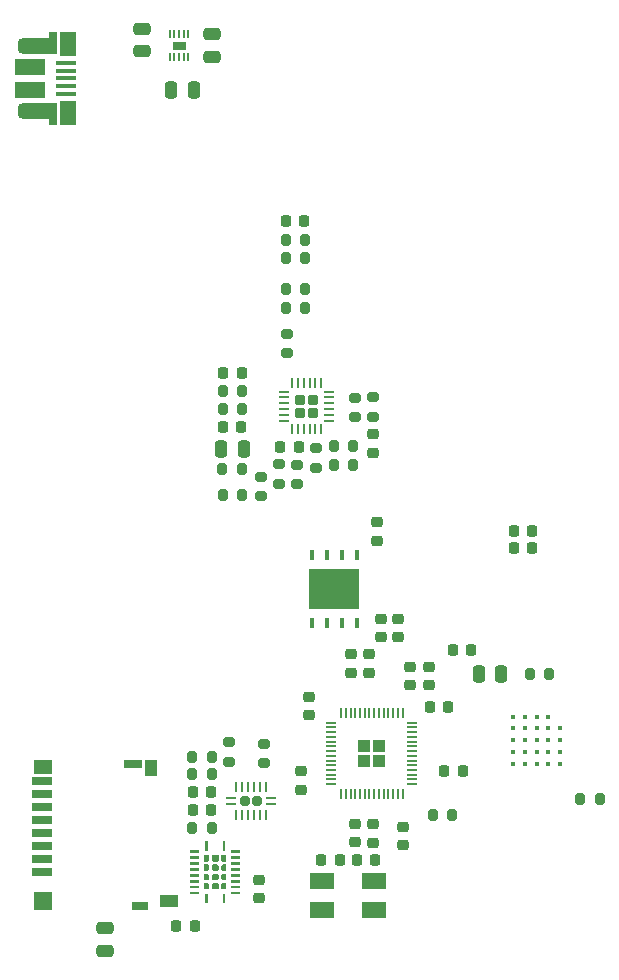
<source format=gtp>
G04 #@! TF.GenerationSoftware,KiCad,Pcbnew,8.0.1-8.0.1-1~ubuntu22.04.1*
G04 #@! TF.CreationDate,2024-06-13T00:54:25-07:00*
G04 #@! TF.ProjectId,emu_brd,656d755f-6272-4642-9e6b-696361645f70,REV1*
G04 #@! TF.SameCoordinates,Original*
G04 #@! TF.FileFunction,Paste,Top*
G04 #@! TF.FilePolarity,Positive*
%FSLAX46Y46*%
G04 Gerber Fmt 4.6, Leading zero omitted, Abs format (unit mm)*
G04 Created by KiCad (PCBNEW 8.0.1-8.0.1-1~ubuntu22.04.1) date 2024-06-13 00:54:25*
%MOMM*%
%LPD*%
G01*
G04 APERTURE LIST*
G04 Aperture macros list*
%AMRoundRect*
0 Rectangle with rounded corners*
0 $1 Rounding radius*
0 $2 $3 $4 $5 $6 $7 $8 $9 X,Y pos of 4 corners*
0 Add a 4 corners polygon primitive as box body*
4,1,4,$2,$3,$4,$5,$6,$7,$8,$9,$2,$3,0*
0 Add four circle primitives for the rounded corners*
1,1,$1+$1,$2,$3*
1,1,$1+$1,$4,$5*
1,1,$1+$1,$6,$7*
1,1,$1+$1,$8,$9*
0 Add four rect primitives between the rounded corners*
20,1,$1+$1,$2,$3,$4,$5,0*
20,1,$1+$1,$4,$5,$6,$7,0*
20,1,$1+$1,$6,$7,$8,$9,0*
20,1,$1+$1,$8,$9,$2,$3,0*%
%AMFreePoly0*
4,1,25,0.266375,0.443630,0.297109,0.420047,0.420047,0.297109,0.458455,0.230584,0.463512,0.192176,0.463512,-0.192176,0.443630,-0.266375,0.420047,-0.297109,0.297109,-0.420047,0.230584,-0.458455,0.192176,-0.463512,-0.192176,-0.463512,-0.266375,-0.443630,-0.297109,-0.420047,-0.420047,-0.297109,-0.458455,-0.230584,-0.463512,-0.192176,-0.463512,0.192176,-0.443630,0.266375,-0.420047,0.297109,
-0.297109,0.420047,-0.230584,0.458455,-0.192176,0.463512,0.192176,0.463512,0.266375,0.443630,0.266375,0.443630,$1*%
G04 Aperture macros list end*
%ADD10C,0.010000*%
%ADD11C,0.000000*%
%ADD12RoundRect,0.250000X0.475000X-0.250000X0.475000X0.250000X-0.475000X0.250000X-0.475000X-0.250000X0*%
%ADD13RoundRect,0.225000X-0.225000X-0.250000X0.225000X-0.250000X0.225000X0.250000X-0.225000X0.250000X0*%
%ADD14RoundRect,0.225000X-0.250000X0.225000X-0.250000X-0.225000X0.250000X-0.225000X0.250000X0.225000X0*%
%ADD15RoundRect,0.225000X0.250000X-0.225000X0.250000X0.225000X-0.250000X0.225000X-0.250000X-0.225000X0*%
%ADD16RoundRect,0.225000X0.225000X0.250000X-0.225000X0.250000X-0.225000X-0.250000X0.225000X-0.250000X0*%
%ADD17RoundRect,0.250000X-0.475000X0.250000X-0.475000X-0.250000X0.475000X-0.250000X0.475000X0.250000X0*%
%ADD18RoundRect,0.250000X-0.292217X-0.292217X0.292217X-0.292217X0.292217X0.292217X-0.292217X0.292217X0*%
%ADD19RoundRect,0.050000X-0.387500X-0.050000X0.387500X-0.050000X0.387500X0.050000X-0.387500X0.050000X0*%
%ADD20RoundRect,0.050000X-0.050000X-0.387500X0.050000X-0.387500X0.050000X0.387500X-0.050000X0.387500X0*%
%ADD21RoundRect,0.250000X-0.250000X-0.475000X0.250000X-0.475000X0.250000X0.475000X-0.250000X0.475000X0*%
%ADD22RoundRect,0.200000X0.275000X-0.200000X0.275000X0.200000X-0.275000X0.200000X-0.275000X-0.200000X0*%
%ADD23RoundRect,0.200000X0.200000X0.275000X-0.200000X0.275000X-0.200000X-0.275000X0.200000X-0.275000X0*%
%ADD24RoundRect,0.200000X-0.200000X-0.275000X0.200000X-0.275000X0.200000X0.275000X-0.200000X0.275000X0*%
%ADD25R,0.220000X0.760000*%
%ADD26RoundRect,0.200000X-0.275000X0.200000X-0.275000X-0.200000X0.275000X-0.200000X0.275000X0.200000X0*%
%ADD27R,1.750000X0.700000*%
%ADD28R,1.000000X1.450000*%
%ADD29R,1.550000X1.000000*%
%ADD30R,1.500000X0.800000*%
%ADD31R,1.500000X1.300000*%
%ADD32R,1.500000X1.500000*%
%ADD33R,1.400000X0.800000*%
%ADD34R,1.750000X0.400000*%
%ADD35R,0.700000X1.825000*%
%ADD36R,1.460000X2.000000*%
%ADD37RoundRect,0.384800X-1.240200X0.265200X-1.240200X-0.265200X1.240200X-0.265200X1.240200X0.265200X0*%
%ADD38R,2.500000X1.425000*%
%ADD39R,0.431800X0.965200*%
%ADD40R,4.343400X3.454400*%
%ADD41RoundRect,0.218750X-0.218750X-0.256250X0.218750X-0.256250X0.218750X0.256250X-0.218750X0.256250X0*%
%ADD42RoundRect,0.202500X0.202500X-0.202500X0.202500X0.202500X-0.202500X0.202500X-0.202500X-0.202500X0*%
%ADD43RoundRect,0.062500X0.350000X-0.062500X0.350000X0.062500X-0.350000X0.062500X-0.350000X-0.062500X0*%
%ADD44RoundRect,0.062500X0.062500X-0.350000X0.062500X0.350000X-0.062500X0.350000X-0.062500X-0.350000X0*%
%ADD45R,2.000000X1.400000*%
%ADD46FreePoly0,0.000000*%
%ADD47RoundRect,0.062500X-0.375000X-0.062500X0.375000X-0.062500X0.375000X0.062500X-0.375000X0.062500X0*%
%ADD48RoundRect,0.062500X-0.062500X-0.375000X0.062500X-0.375000X0.062500X0.375000X-0.062500X0.375000X0*%
%ADD49C,0.410000*%
G04 APERTURE END LIST*
D10*
X84150000Y-40340000D02*
X83200000Y-40340000D01*
X83200000Y-39770000D01*
X84150000Y-39770000D01*
X84150000Y-40340000D01*
G36*
X84150000Y-40340000D02*
G01*
X83200000Y-40340000D01*
X83200000Y-39770000D01*
X84150000Y-39770000D01*
X84150000Y-40340000D01*
G37*
D11*
G36*
X85408808Y-108432509D02*
G01*
X84608591Y-108432509D01*
X84608591Y-108202293D01*
X85408808Y-108202293D01*
X85408808Y-108432509D01*
G37*
G36*
X85408808Y-108932508D02*
G01*
X84608591Y-108932508D01*
X84608591Y-108702292D01*
X85408808Y-108702292D01*
X85408808Y-108932508D01*
G37*
G36*
X85408808Y-109432509D02*
G01*
X84608591Y-109432509D01*
X84608591Y-109202291D01*
X85408808Y-109202291D01*
X85408808Y-109432509D01*
G37*
G36*
X85408808Y-109932508D02*
G01*
X84608591Y-109932508D01*
X84608591Y-109702293D01*
X85408808Y-109702293D01*
X85408808Y-109932508D01*
G37*
G36*
X85408808Y-110432507D02*
G01*
X84608591Y-110432507D01*
X84608591Y-110202292D01*
X85408808Y-110202292D01*
X85408808Y-110432507D01*
G37*
G36*
X85408808Y-110932509D02*
G01*
X84608591Y-110932509D01*
X84608591Y-110702293D01*
X85408808Y-110702293D01*
X85408808Y-110932509D01*
G37*
G36*
X85408808Y-111432508D02*
G01*
X84608591Y-111432508D01*
X84608591Y-111202292D01*
X85408808Y-111202292D01*
X85408808Y-111432508D01*
G37*
G36*
X85408808Y-111932509D02*
G01*
X84608591Y-111932509D01*
X84608591Y-111702291D01*
X85408808Y-111702291D01*
X85408808Y-111932509D01*
G37*
G36*
X86098809Y-108242507D02*
G01*
X85868591Y-108242507D01*
X85868591Y-107442292D01*
X86098809Y-107442292D01*
X86098809Y-108242507D01*
G37*
G36*
X86098809Y-112692508D02*
G01*
X85868591Y-112692508D01*
X85868591Y-111892293D01*
X86098809Y-111892293D01*
X86098809Y-112692508D01*
G37*
G36*
X87598809Y-108242507D02*
G01*
X87368591Y-108242507D01*
X87368591Y-107442292D01*
X87598809Y-107442292D01*
X87598809Y-108242507D01*
G37*
G36*
X87598809Y-112692508D02*
G01*
X87368591Y-112692508D01*
X87368591Y-111892293D01*
X87598809Y-111892293D01*
X87598809Y-112692508D01*
G37*
G36*
X88858809Y-108432509D02*
G01*
X88058592Y-108432509D01*
X88058592Y-108202291D01*
X88858809Y-108202291D01*
X88858809Y-108432509D01*
G37*
G36*
X88858809Y-108932508D02*
G01*
X88058592Y-108932508D01*
X88058592Y-108702292D01*
X88858809Y-108702292D01*
X88858809Y-108932508D01*
G37*
G36*
X88858809Y-109432507D02*
G01*
X88058592Y-109432507D01*
X88058592Y-109202291D01*
X88858809Y-109202291D01*
X88858809Y-109432507D01*
G37*
G36*
X88858809Y-109932508D02*
G01*
X88058592Y-109932508D01*
X88058592Y-109702293D01*
X88858809Y-109702293D01*
X88858809Y-109932508D01*
G37*
G36*
X88858809Y-110432507D02*
G01*
X88058592Y-110432507D01*
X88058592Y-110202292D01*
X88858809Y-110202292D01*
X88858809Y-110432507D01*
G37*
G36*
X88858809Y-110932509D02*
G01*
X88058592Y-110932509D01*
X88058592Y-110702291D01*
X88858809Y-110702291D01*
X88858809Y-110932509D01*
G37*
G36*
X88858809Y-111432508D02*
G01*
X88058592Y-111432508D01*
X88058592Y-111202292D01*
X88858809Y-111202292D01*
X88858809Y-111432508D01*
G37*
G36*
X88858809Y-111932507D02*
G01*
X88058592Y-111932507D01*
X88058592Y-111702291D01*
X88858809Y-111702291D01*
X88858809Y-111932507D01*
G37*
G36*
X86240000Y-109038579D02*
G01*
X86098579Y-109180000D01*
X85783630Y-109180000D01*
X85783630Y-108617331D01*
X86240000Y-108617331D01*
X86240000Y-109038579D01*
G37*
G36*
X86240000Y-111096221D02*
G01*
X86240000Y-111517469D01*
X85783630Y-111517469D01*
X85783630Y-110954800D01*
X86098579Y-110954800D01*
X86240000Y-111096221D01*
G37*
G36*
X87683770Y-109180000D02*
G01*
X87368821Y-109180000D01*
X87227400Y-109038579D01*
X87227400Y-108617331D01*
X87683770Y-108617331D01*
X87683770Y-109180000D01*
G37*
G36*
X87683770Y-111517469D02*
G01*
X87227400Y-111517469D01*
X87227400Y-111096221D01*
X87368821Y-110954800D01*
X87683770Y-110954800D01*
X87683770Y-111517469D01*
G37*
G36*
X86240000Y-109521421D02*
G01*
X86240000Y-109825979D01*
X86098579Y-109967400D01*
X85783630Y-109967400D01*
X85783630Y-109380000D01*
X86098579Y-109380000D01*
X86240000Y-109521421D01*
G37*
G36*
X86240000Y-110308821D02*
G01*
X86240000Y-110613379D01*
X86098579Y-110754800D01*
X85783630Y-110754800D01*
X85783630Y-110167400D01*
X86098579Y-110167400D01*
X86240000Y-110308821D01*
G37*
G36*
X87027400Y-109038579D02*
G01*
X86885979Y-109180000D01*
X86581421Y-109180000D01*
X86440000Y-109038579D01*
X86440000Y-108617331D01*
X87027400Y-108617331D01*
X87027400Y-109038579D01*
G37*
G36*
X87027400Y-111096221D02*
G01*
X87027400Y-111517469D01*
X86440000Y-111517469D01*
X86440000Y-111096221D01*
X86581421Y-110954800D01*
X86885979Y-110954800D01*
X87027400Y-111096221D01*
G37*
G36*
X87683770Y-109967400D02*
G01*
X87368821Y-109967400D01*
X87227400Y-109825979D01*
X87227400Y-109521421D01*
X87368821Y-109380000D01*
X87683770Y-109380000D01*
X87683770Y-109967400D01*
G37*
G36*
X87683770Y-110754800D02*
G01*
X87368821Y-110754800D01*
X87227400Y-110613379D01*
X87227400Y-110308821D01*
X87368821Y-110167400D01*
X87683770Y-110167400D01*
X87683770Y-110754800D01*
G37*
G36*
X87027400Y-109521421D02*
G01*
X87027400Y-109825979D01*
X86885979Y-109967400D01*
X86581421Y-109967400D01*
X86440000Y-109825979D01*
X86440000Y-109521421D01*
X86581421Y-109380000D01*
X86885979Y-109380000D01*
X87027400Y-109521421D01*
G37*
G36*
X87027400Y-110308821D02*
G01*
X87027400Y-110613379D01*
X86885979Y-110754800D01*
X86581421Y-110754800D01*
X86440000Y-110613379D01*
X86440000Y-110308821D01*
X86581421Y-110167400D01*
X86885979Y-110167400D01*
X87027400Y-110308821D01*
G37*
G36*
X96016100Y-86010000D02*
G01*
X94768300Y-86010000D01*
X94768300Y-84482800D01*
X96016100Y-84482800D01*
X96016100Y-86010000D01*
G37*
G36*
X96016100Y-87737200D02*
G01*
X94768300Y-87737200D01*
X94768300Y-86210000D01*
X96016100Y-86210000D01*
X96016100Y-87737200D01*
G37*
G36*
X97463900Y-86010000D02*
G01*
X96216100Y-86010000D01*
X96216100Y-84482800D01*
X97463900Y-84482800D01*
X97463900Y-86010000D01*
G37*
G36*
X97463900Y-87737200D02*
G01*
X96216100Y-87737200D01*
X96216100Y-86210000D01*
X97463900Y-86210000D01*
X97463900Y-87737200D01*
G37*
G36*
X98911700Y-86010000D02*
G01*
X97663900Y-86010000D01*
X97663900Y-84482800D01*
X98911700Y-84482800D01*
X98911700Y-86010000D01*
G37*
G36*
X98911700Y-87737200D02*
G01*
X97663900Y-87737200D01*
X97663900Y-86210000D01*
X98911700Y-86210000D01*
X98911700Y-87737200D01*
G37*
D12*
X86475000Y-41005000D03*
X86475000Y-39105000D03*
D13*
X104940000Y-96098000D03*
X106490000Y-96098000D03*
D14*
X93990000Y-101505000D03*
X93990000Y-103055000D03*
D15*
X100400000Y-81985000D03*
X100400000Y-80435000D03*
D16*
X113560000Y-81130000D03*
X112010000Y-81130000D03*
D13*
X112010000Y-82630000D03*
X113560000Y-82630000D03*
D15*
X99771400Y-93164600D03*
X99771400Y-91614600D03*
D14*
X100736600Y-88604700D03*
X100736600Y-90154700D03*
X102679700Y-106232300D03*
X102679700Y-107782300D03*
D17*
X80525000Y-38630000D03*
X80525000Y-40530000D03*
D15*
X94690000Y-96775000D03*
X94690000Y-95225000D03*
D16*
X108390000Y-91205000D03*
X106840000Y-91205000D03*
D18*
X99362500Y-99362500D03*
X99362500Y-100637500D03*
X100637500Y-99362500D03*
X100637500Y-100637500D03*
D19*
X96562500Y-97400000D03*
X96562500Y-97800000D03*
X96562500Y-98200000D03*
X96562500Y-98600000D03*
X96562500Y-99000000D03*
X96562500Y-99400000D03*
X96562500Y-99800000D03*
X96562500Y-100200000D03*
X96562500Y-100600000D03*
X96562500Y-101000000D03*
X96562500Y-101400000D03*
X96562500Y-101800000D03*
X96562500Y-102200000D03*
X96562500Y-102600000D03*
D20*
X97400000Y-103437500D03*
X97800000Y-103437500D03*
X98200000Y-103437500D03*
X98600000Y-103437500D03*
X99000000Y-103437500D03*
X99400000Y-103437500D03*
X99800000Y-103437500D03*
X100200000Y-103437500D03*
X100600000Y-103437500D03*
X101000000Y-103437500D03*
X101400000Y-103437500D03*
X101800000Y-103437500D03*
X102200000Y-103437500D03*
X102600000Y-103437500D03*
D19*
X103437500Y-102600000D03*
X103437500Y-102200000D03*
X103437500Y-101800000D03*
X103437500Y-101400000D03*
X103437500Y-101000000D03*
X103437500Y-100600000D03*
X103437500Y-100200000D03*
X103437500Y-99800000D03*
X103437500Y-99400000D03*
X103437500Y-99000000D03*
X103437500Y-98600000D03*
X103437500Y-98200000D03*
X103437500Y-97800000D03*
X103437500Y-97400000D03*
D20*
X102600000Y-96562500D03*
X102200000Y-96562500D03*
X101800000Y-96562500D03*
X101400000Y-96562500D03*
X101000000Y-96562500D03*
X100600000Y-96562500D03*
X100200000Y-96562500D03*
X99800000Y-96562500D03*
X99400000Y-96562500D03*
X99000000Y-96562500D03*
X98600000Y-96562500D03*
X98200000Y-96562500D03*
X97800000Y-96562500D03*
X97400000Y-96562500D03*
D16*
X97290000Y-109000000D03*
X95740000Y-109000000D03*
D15*
X98272800Y-93151800D03*
X98272800Y-91601800D03*
X104826000Y-94206000D03*
X104826000Y-92656000D03*
D21*
X109040000Y-93300000D03*
X110940000Y-93300000D03*
D13*
X106133800Y-101457400D03*
X107683800Y-101457400D03*
D14*
X100127000Y-105991000D03*
X100127000Y-107541000D03*
D15*
X103238500Y-94244100D03*
X103238500Y-92694100D03*
D14*
X102222500Y-88604700D03*
X102222500Y-90154700D03*
X98615700Y-105978300D03*
X98615700Y-107528300D03*
D13*
X98710000Y-109000000D03*
X100260000Y-109000000D03*
D16*
X86415000Y-104800000D03*
X84865000Y-104800000D03*
D22*
X90610000Y-78205000D03*
X90610000Y-76555000D03*
D15*
X90490000Y-112230000D03*
X90490000Y-110680000D03*
D23*
X94355000Y-58050000D03*
X92705000Y-58050000D03*
D16*
X94260000Y-54940000D03*
X92710000Y-54940000D03*
D24*
X117665000Y-103900000D03*
X119315000Y-103900000D03*
D23*
X86465000Y-100260000D03*
X84815000Y-100260000D03*
D22*
X95300000Y-75815000D03*
X95300000Y-74165000D03*
X87910000Y-100685000D03*
X87910000Y-99035000D03*
D15*
X100120000Y-74535000D03*
X100120000Y-72985000D03*
D16*
X86415000Y-103290000D03*
X84865000Y-103290000D03*
D22*
X92140000Y-77165000D03*
X92140000Y-75515000D03*
D25*
X84475000Y-39070000D03*
X84075000Y-39070000D03*
X83675000Y-39070000D03*
X83275000Y-39070000D03*
X82875000Y-39070000D03*
X82875000Y-41040000D03*
X83275000Y-41040000D03*
X83675000Y-41040000D03*
X84075000Y-41040000D03*
X84475000Y-41040000D03*
D23*
X86465000Y-101780000D03*
X84815000Y-101780000D03*
D21*
X83025000Y-43855000D03*
X84925000Y-43855000D03*
D23*
X89045000Y-69320000D03*
X87395000Y-69320000D03*
D22*
X92790000Y-66135000D03*
X92790000Y-64485000D03*
D26*
X98570000Y-69870000D03*
X98570000Y-71520000D03*
D27*
X72040000Y-110075000D03*
X72040000Y-108975000D03*
X72040000Y-107875000D03*
X72040000Y-106775000D03*
X72040000Y-105675000D03*
X72040000Y-104575000D03*
X72040000Y-103475000D03*
X72040000Y-102375000D03*
D28*
X81265000Y-101250000D03*
D29*
X82840000Y-112475000D03*
D30*
X79765000Y-100925000D03*
D31*
X72165000Y-101175000D03*
D32*
X72165000Y-112525000D03*
D33*
X80415000Y-112875000D03*
D22*
X93700000Y-77195000D03*
X93700000Y-75545000D03*
D23*
X89035000Y-70840000D03*
X87385000Y-70840000D03*
D16*
X84990000Y-114605000D03*
X83440000Y-114605000D03*
D34*
X74095000Y-41550000D03*
X74095000Y-42200000D03*
X74095000Y-42850000D03*
X74095000Y-43500000D03*
X74095000Y-44150000D03*
D35*
X72970000Y-39862500D03*
D36*
X74300000Y-39950000D03*
D37*
X71695000Y-40125000D03*
D38*
X71020000Y-41887500D03*
X71020000Y-43812500D03*
D37*
X71695000Y-45575000D03*
D36*
X74300000Y-45750000D03*
D35*
X72970000Y-45837500D03*
D39*
X98745000Y-83239800D03*
X97475000Y-83239800D03*
X96205000Y-83239800D03*
X94935000Y-83239800D03*
X94935000Y-88980200D03*
X96205000Y-88980200D03*
X97475000Y-88980200D03*
X98745000Y-88980200D03*
D40*
X96840000Y-86110000D03*
D23*
X98425000Y-74000000D03*
X96775000Y-74000000D03*
D13*
X87405000Y-72380000D03*
X88955000Y-72380000D03*
D23*
X94355000Y-56500000D03*
X92705000Y-56500000D03*
D17*
X77390000Y-114805000D03*
X77390000Y-116705000D03*
D24*
X113365000Y-93300000D03*
X115015000Y-93300000D03*
X84815000Y-106310000D03*
X86465000Y-106310000D03*
D21*
X87260000Y-74190000D03*
X89160000Y-74190000D03*
D24*
X87365000Y-78150000D03*
X89015000Y-78150000D03*
D41*
X87412500Y-67770000D03*
X88987500Y-67770000D03*
D42*
X89280000Y-104060000D03*
X90280000Y-104060000D03*
D43*
X88092500Y-104310000D03*
D44*
X88530000Y-105247500D03*
X89030000Y-105247500D03*
X89530000Y-105247500D03*
X90030000Y-105247500D03*
X90530000Y-105247500D03*
X91030000Y-105247500D03*
D43*
X91467500Y-104310000D03*
X91467500Y-103810000D03*
D44*
X91030000Y-102872500D03*
X90530000Y-102872500D03*
X90030000Y-102872500D03*
X89530000Y-102872500D03*
X89030000Y-102872500D03*
X88530000Y-102872500D03*
D43*
X88092500Y-103810000D03*
D23*
X94355000Y-60700000D03*
X92705000Y-60700000D03*
D16*
X93810000Y-74060000D03*
X92260000Y-74060000D03*
D26*
X100120000Y-69860000D03*
X100120000Y-71510000D03*
D45*
X95760000Y-113230000D03*
X100160000Y-113230000D03*
X100160000Y-110830000D03*
X95760000Y-110830000D03*
D24*
X87335000Y-75960000D03*
X88985000Y-75960000D03*
D23*
X94355000Y-62290000D03*
X92705000Y-62290000D03*
D22*
X90910000Y-100825000D03*
X90910000Y-99175000D03*
D24*
X105165000Y-105230000D03*
X106815000Y-105230000D03*
D46*
X93910000Y-70040000D03*
X93910000Y-71180000D03*
X95050000Y-70040000D03*
X95050000Y-71180000D03*
D47*
X92542500Y-69360000D03*
X92542500Y-69860000D03*
X92542500Y-70360000D03*
X92542500Y-70860000D03*
X92542500Y-71360000D03*
X92542500Y-71860000D03*
D48*
X93230000Y-72547500D03*
X93730000Y-72547500D03*
X94230000Y-72547500D03*
X94730000Y-72547500D03*
X95230000Y-72547500D03*
X95730000Y-72547500D03*
D47*
X96417500Y-71860000D03*
X96417500Y-71360000D03*
X96417500Y-70860000D03*
X96417500Y-70360000D03*
X96417500Y-69860000D03*
X96417500Y-69360000D03*
D48*
X95730000Y-68672500D03*
X95230000Y-68672500D03*
X94730000Y-68672500D03*
X94230000Y-68672500D03*
X93730000Y-68672500D03*
X93230000Y-68672500D03*
D49*
X115954000Y-97876000D03*
X115954000Y-98876000D03*
X115954000Y-99876000D03*
X115954000Y-100876000D03*
X114954000Y-96876000D03*
X114954000Y-97876000D03*
X114954000Y-98876000D03*
X114954000Y-99876000D03*
X114954000Y-100876000D03*
X113954000Y-96876000D03*
X113954000Y-97876000D03*
X113954000Y-98876000D03*
X113954000Y-99876000D03*
X113954000Y-100876000D03*
X112954000Y-96876000D03*
X112954000Y-97876000D03*
X112954000Y-98876000D03*
X112954000Y-99876000D03*
X112954000Y-100876000D03*
X111954000Y-96876000D03*
X111954000Y-97876000D03*
X111954000Y-98876000D03*
X111954000Y-99876000D03*
X111954000Y-100876000D03*
D23*
X98415000Y-75570000D03*
X96765000Y-75570000D03*
M02*

</source>
